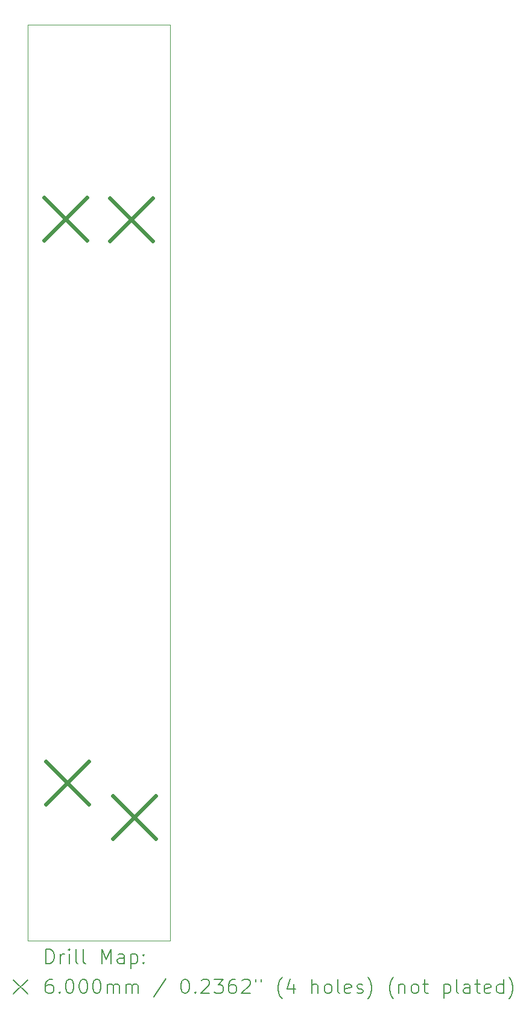
<source format=gbr>
%TF.GenerationSoftware,KiCad,Pcbnew,8.0.2*%
%TF.CreationDate,2024-05-01T23:14:13+02:00*%
%TF.ProjectId,PetRockPanel,50657452-6f63-46b5-9061-6e656c2e6b69,rev?*%
%TF.SameCoordinates,Original*%
%TF.FileFunction,Drillmap*%
%TF.FilePolarity,Positive*%
%FSLAX45Y45*%
G04 Gerber Fmt 4.5, Leading zero omitted, Abs format (unit mm)*
G04 Created by KiCad (PCBNEW 8.0.2) date 2024-05-01 23:14:13*
%MOMM*%
%LPD*%
G01*
G04 APERTURE LIST*
%ADD10C,0.100000*%
%ADD11C,0.200000*%
%ADD12C,0.600000*%
G04 APERTURE END LIST*
D10*
X6620000Y-3735000D02*
X8620000Y-3735000D01*
X8620000Y-16585000D01*
X6620000Y-16585000D01*
X6620000Y-3735000D01*
D11*
D12*
X6845377Y-6161760D02*
X7445377Y-6761760D01*
X7445377Y-6161760D02*
X6845377Y-6761760D01*
X6872960Y-14068780D02*
X7472960Y-14668780D01*
X7472960Y-14068780D02*
X6872960Y-14668780D01*
X7769086Y-6164300D02*
X8369086Y-6764300D01*
X8369086Y-6164300D02*
X7769086Y-6764300D01*
X7812266Y-14548840D02*
X8412266Y-15148840D01*
X8412266Y-14548840D02*
X7812266Y-15148840D01*
D11*
X6875777Y-16901484D02*
X6875777Y-16701484D01*
X6875777Y-16701484D02*
X6923396Y-16701484D01*
X6923396Y-16701484D02*
X6951967Y-16711008D01*
X6951967Y-16711008D02*
X6971015Y-16730055D01*
X6971015Y-16730055D02*
X6980539Y-16749103D01*
X6980539Y-16749103D02*
X6990062Y-16787198D01*
X6990062Y-16787198D02*
X6990062Y-16815770D01*
X6990062Y-16815770D02*
X6980539Y-16853865D01*
X6980539Y-16853865D02*
X6971015Y-16872912D01*
X6971015Y-16872912D02*
X6951967Y-16891960D01*
X6951967Y-16891960D02*
X6923396Y-16901484D01*
X6923396Y-16901484D02*
X6875777Y-16901484D01*
X7075777Y-16901484D02*
X7075777Y-16768150D01*
X7075777Y-16806246D02*
X7085301Y-16787198D01*
X7085301Y-16787198D02*
X7094824Y-16777674D01*
X7094824Y-16777674D02*
X7113872Y-16768150D01*
X7113872Y-16768150D02*
X7132920Y-16768150D01*
X7199586Y-16901484D02*
X7199586Y-16768150D01*
X7199586Y-16701484D02*
X7190062Y-16711008D01*
X7190062Y-16711008D02*
X7199586Y-16720531D01*
X7199586Y-16720531D02*
X7209110Y-16711008D01*
X7209110Y-16711008D02*
X7199586Y-16701484D01*
X7199586Y-16701484D02*
X7199586Y-16720531D01*
X7323396Y-16901484D02*
X7304348Y-16891960D01*
X7304348Y-16891960D02*
X7294824Y-16872912D01*
X7294824Y-16872912D02*
X7294824Y-16701484D01*
X7428158Y-16901484D02*
X7409110Y-16891960D01*
X7409110Y-16891960D02*
X7399586Y-16872912D01*
X7399586Y-16872912D02*
X7399586Y-16701484D01*
X7656729Y-16901484D02*
X7656729Y-16701484D01*
X7656729Y-16701484D02*
X7723396Y-16844341D01*
X7723396Y-16844341D02*
X7790062Y-16701484D01*
X7790062Y-16701484D02*
X7790062Y-16901484D01*
X7971015Y-16901484D02*
X7971015Y-16796722D01*
X7971015Y-16796722D02*
X7961491Y-16777674D01*
X7961491Y-16777674D02*
X7942443Y-16768150D01*
X7942443Y-16768150D02*
X7904348Y-16768150D01*
X7904348Y-16768150D02*
X7885301Y-16777674D01*
X7971015Y-16891960D02*
X7951967Y-16901484D01*
X7951967Y-16901484D02*
X7904348Y-16901484D01*
X7904348Y-16901484D02*
X7885301Y-16891960D01*
X7885301Y-16891960D02*
X7875777Y-16872912D01*
X7875777Y-16872912D02*
X7875777Y-16853865D01*
X7875777Y-16853865D02*
X7885301Y-16834817D01*
X7885301Y-16834817D02*
X7904348Y-16825293D01*
X7904348Y-16825293D02*
X7951967Y-16825293D01*
X7951967Y-16825293D02*
X7971015Y-16815770D01*
X8066253Y-16768150D02*
X8066253Y-16968150D01*
X8066253Y-16777674D02*
X8085301Y-16768150D01*
X8085301Y-16768150D02*
X8123396Y-16768150D01*
X8123396Y-16768150D02*
X8142443Y-16777674D01*
X8142443Y-16777674D02*
X8151967Y-16787198D01*
X8151967Y-16787198D02*
X8161491Y-16806246D01*
X8161491Y-16806246D02*
X8161491Y-16863389D01*
X8161491Y-16863389D02*
X8151967Y-16882436D01*
X8151967Y-16882436D02*
X8142443Y-16891960D01*
X8142443Y-16891960D02*
X8123396Y-16901484D01*
X8123396Y-16901484D02*
X8085301Y-16901484D01*
X8085301Y-16901484D02*
X8066253Y-16891960D01*
X8247205Y-16882436D02*
X8256729Y-16891960D01*
X8256729Y-16891960D02*
X8247205Y-16901484D01*
X8247205Y-16901484D02*
X8237682Y-16891960D01*
X8237682Y-16891960D02*
X8247205Y-16882436D01*
X8247205Y-16882436D02*
X8247205Y-16901484D01*
X8247205Y-16777674D02*
X8256729Y-16787198D01*
X8256729Y-16787198D02*
X8247205Y-16796722D01*
X8247205Y-16796722D02*
X8237682Y-16787198D01*
X8237682Y-16787198D02*
X8247205Y-16777674D01*
X8247205Y-16777674D02*
X8247205Y-16796722D01*
X6415000Y-17130000D02*
X6615000Y-17330000D01*
X6615000Y-17130000D02*
X6415000Y-17330000D01*
X6961491Y-17121484D02*
X6923396Y-17121484D01*
X6923396Y-17121484D02*
X6904348Y-17131008D01*
X6904348Y-17131008D02*
X6894824Y-17140531D01*
X6894824Y-17140531D02*
X6875777Y-17169103D01*
X6875777Y-17169103D02*
X6866253Y-17207198D01*
X6866253Y-17207198D02*
X6866253Y-17283389D01*
X6866253Y-17283389D02*
X6875777Y-17302436D01*
X6875777Y-17302436D02*
X6885301Y-17311960D01*
X6885301Y-17311960D02*
X6904348Y-17321484D01*
X6904348Y-17321484D02*
X6942443Y-17321484D01*
X6942443Y-17321484D02*
X6961491Y-17311960D01*
X6961491Y-17311960D02*
X6971015Y-17302436D01*
X6971015Y-17302436D02*
X6980539Y-17283389D01*
X6980539Y-17283389D02*
X6980539Y-17235770D01*
X6980539Y-17235770D02*
X6971015Y-17216722D01*
X6971015Y-17216722D02*
X6961491Y-17207198D01*
X6961491Y-17207198D02*
X6942443Y-17197674D01*
X6942443Y-17197674D02*
X6904348Y-17197674D01*
X6904348Y-17197674D02*
X6885301Y-17207198D01*
X6885301Y-17207198D02*
X6875777Y-17216722D01*
X6875777Y-17216722D02*
X6866253Y-17235770D01*
X7066253Y-17302436D02*
X7075777Y-17311960D01*
X7075777Y-17311960D02*
X7066253Y-17321484D01*
X7066253Y-17321484D02*
X7056729Y-17311960D01*
X7056729Y-17311960D02*
X7066253Y-17302436D01*
X7066253Y-17302436D02*
X7066253Y-17321484D01*
X7199586Y-17121484D02*
X7218634Y-17121484D01*
X7218634Y-17121484D02*
X7237682Y-17131008D01*
X7237682Y-17131008D02*
X7247205Y-17140531D01*
X7247205Y-17140531D02*
X7256729Y-17159579D01*
X7256729Y-17159579D02*
X7266253Y-17197674D01*
X7266253Y-17197674D02*
X7266253Y-17245293D01*
X7266253Y-17245293D02*
X7256729Y-17283389D01*
X7256729Y-17283389D02*
X7247205Y-17302436D01*
X7247205Y-17302436D02*
X7237682Y-17311960D01*
X7237682Y-17311960D02*
X7218634Y-17321484D01*
X7218634Y-17321484D02*
X7199586Y-17321484D01*
X7199586Y-17321484D02*
X7180539Y-17311960D01*
X7180539Y-17311960D02*
X7171015Y-17302436D01*
X7171015Y-17302436D02*
X7161491Y-17283389D01*
X7161491Y-17283389D02*
X7151967Y-17245293D01*
X7151967Y-17245293D02*
X7151967Y-17197674D01*
X7151967Y-17197674D02*
X7161491Y-17159579D01*
X7161491Y-17159579D02*
X7171015Y-17140531D01*
X7171015Y-17140531D02*
X7180539Y-17131008D01*
X7180539Y-17131008D02*
X7199586Y-17121484D01*
X7390062Y-17121484D02*
X7409110Y-17121484D01*
X7409110Y-17121484D02*
X7428158Y-17131008D01*
X7428158Y-17131008D02*
X7437682Y-17140531D01*
X7437682Y-17140531D02*
X7447205Y-17159579D01*
X7447205Y-17159579D02*
X7456729Y-17197674D01*
X7456729Y-17197674D02*
X7456729Y-17245293D01*
X7456729Y-17245293D02*
X7447205Y-17283389D01*
X7447205Y-17283389D02*
X7437682Y-17302436D01*
X7437682Y-17302436D02*
X7428158Y-17311960D01*
X7428158Y-17311960D02*
X7409110Y-17321484D01*
X7409110Y-17321484D02*
X7390062Y-17321484D01*
X7390062Y-17321484D02*
X7371015Y-17311960D01*
X7371015Y-17311960D02*
X7361491Y-17302436D01*
X7361491Y-17302436D02*
X7351967Y-17283389D01*
X7351967Y-17283389D02*
X7342443Y-17245293D01*
X7342443Y-17245293D02*
X7342443Y-17197674D01*
X7342443Y-17197674D02*
X7351967Y-17159579D01*
X7351967Y-17159579D02*
X7361491Y-17140531D01*
X7361491Y-17140531D02*
X7371015Y-17131008D01*
X7371015Y-17131008D02*
X7390062Y-17121484D01*
X7580539Y-17121484D02*
X7599586Y-17121484D01*
X7599586Y-17121484D02*
X7618634Y-17131008D01*
X7618634Y-17131008D02*
X7628158Y-17140531D01*
X7628158Y-17140531D02*
X7637682Y-17159579D01*
X7637682Y-17159579D02*
X7647205Y-17197674D01*
X7647205Y-17197674D02*
X7647205Y-17245293D01*
X7647205Y-17245293D02*
X7637682Y-17283389D01*
X7637682Y-17283389D02*
X7628158Y-17302436D01*
X7628158Y-17302436D02*
X7618634Y-17311960D01*
X7618634Y-17311960D02*
X7599586Y-17321484D01*
X7599586Y-17321484D02*
X7580539Y-17321484D01*
X7580539Y-17321484D02*
X7561491Y-17311960D01*
X7561491Y-17311960D02*
X7551967Y-17302436D01*
X7551967Y-17302436D02*
X7542443Y-17283389D01*
X7542443Y-17283389D02*
X7532920Y-17245293D01*
X7532920Y-17245293D02*
X7532920Y-17197674D01*
X7532920Y-17197674D02*
X7542443Y-17159579D01*
X7542443Y-17159579D02*
X7551967Y-17140531D01*
X7551967Y-17140531D02*
X7561491Y-17131008D01*
X7561491Y-17131008D02*
X7580539Y-17121484D01*
X7732920Y-17321484D02*
X7732920Y-17188150D01*
X7732920Y-17207198D02*
X7742443Y-17197674D01*
X7742443Y-17197674D02*
X7761491Y-17188150D01*
X7761491Y-17188150D02*
X7790063Y-17188150D01*
X7790063Y-17188150D02*
X7809110Y-17197674D01*
X7809110Y-17197674D02*
X7818634Y-17216722D01*
X7818634Y-17216722D02*
X7818634Y-17321484D01*
X7818634Y-17216722D02*
X7828158Y-17197674D01*
X7828158Y-17197674D02*
X7847205Y-17188150D01*
X7847205Y-17188150D02*
X7875777Y-17188150D01*
X7875777Y-17188150D02*
X7894824Y-17197674D01*
X7894824Y-17197674D02*
X7904348Y-17216722D01*
X7904348Y-17216722D02*
X7904348Y-17321484D01*
X7999586Y-17321484D02*
X7999586Y-17188150D01*
X7999586Y-17207198D02*
X8009110Y-17197674D01*
X8009110Y-17197674D02*
X8028158Y-17188150D01*
X8028158Y-17188150D02*
X8056729Y-17188150D01*
X8056729Y-17188150D02*
X8075777Y-17197674D01*
X8075777Y-17197674D02*
X8085301Y-17216722D01*
X8085301Y-17216722D02*
X8085301Y-17321484D01*
X8085301Y-17216722D02*
X8094824Y-17197674D01*
X8094824Y-17197674D02*
X8113872Y-17188150D01*
X8113872Y-17188150D02*
X8142443Y-17188150D01*
X8142443Y-17188150D02*
X8161491Y-17197674D01*
X8161491Y-17197674D02*
X8171015Y-17216722D01*
X8171015Y-17216722D02*
X8171015Y-17321484D01*
X8561491Y-17111960D02*
X8390063Y-17369103D01*
X8818634Y-17121484D02*
X8837682Y-17121484D01*
X8837682Y-17121484D02*
X8856729Y-17131008D01*
X8856729Y-17131008D02*
X8866253Y-17140531D01*
X8866253Y-17140531D02*
X8875777Y-17159579D01*
X8875777Y-17159579D02*
X8885301Y-17197674D01*
X8885301Y-17197674D02*
X8885301Y-17245293D01*
X8885301Y-17245293D02*
X8875777Y-17283389D01*
X8875777Y-17283389D02*
X8866253Y-17302436D01*
X8866253Y-17302436D02*
X8856729Y-17311960D01*
X8856729Y-17311960D02*
X8837682Y-17321484D01*
X8837682Y-17321484D02*
X8818634Y-17321484D01*
X8818634Y-17321484D02*
X8799587Y-17311960D01*
X8799587Y-17311960D02*
X8790063Y-17302436D01*
X8790063Y-17302436D02*
X8780539Y-17283389D01*
X8780539Y-17283389D02*
X8771015Y-17245293D01*
X8771015Y-17245293D02*
X8771015Y-17197674D01*
X8771015Y-17197674D02*
X8780539Y-17159579D01*
X8780539Y-17159579D02*
X8790063Y-17140531D01*
X8790063Y-17140531D02*
X8799587Y-17131008D01*
X8799587Y-17131008D02*
X8818634Y-17121484D01*
X8971015Y-17302436D02*
X8980539Y-17311960D01*
X8980539Y-17311960D02*
X8971015Y-17321484D01*
X8971015Y-17321484D02*
X8961491Y-17311960D01*
X8961491Y-17311960D02*
X8971015Y-17302436D01*
X8971015Y-17302436D02*
X8971015Y-17321484D01*
X9056729Y-17140531D02*
X9066253Y-17131008D01*
X9066253Y-17131008D02*
X9085301Y-17121484D01*
X9085301Y-17121484D02*
X9132920Y-17121484D01*
X9132920Y-17121484D02*
X9151968Y-17131008D01*
X9151968Y-17131008D02*
X9161491Y-17140531D01*
X9161491Y-17140531D02*
X9171015Y-17159579D01*
X9171015Y-17159579D02*
X9171015Y-17178627D01*
X9171015Y-17178627D02*
X9161491Y-17207198D01*
X9161491Y-17207198D02*
X9047206Y-17321484D01*
X9047206Y-17321484D02*
X9171015Y-17321484D01*
X9237682Y-17121484D02*
X9361491Y-17121484D01*
X9361491Y-17121484D02*
X9294825Y-17197674D01*
X9294825Y-17197674D02*
X9323396Y-17197674D01*
X9323396Y-17197674D02*
X9342444Y-17207198D01*
X9342444Y-17207198D02*
X9351968Y-17216722D01*
X9351968Y-17216722D02*
X9361491Y-17235770D01*
X9361491Y-17235770D02*
X9361491Y-17283389D01*
X9361491Y-17283389D02*
X9351968Y-17302436D01*
X9351968Y-17302436D02*
X9342444Y-17311960D01*
X9342444Y-17311960D02*
X9323396Y-17321484D01*
X9323396Y-17321484D02*
X9266253Y-17321484D01*
X9266253Y-17321484D02*
X9247206Y-17311960D01*
X9247206Y-17311960D02*
X9237682Y-17302436D01*
X9532920Y-17121484D02*
X9494825Y-17121484D01*
X9494825Y-17121484D02*
X9475777Y-17131008D01*
X9475777Y-17131008D02*
X9466253Y-17140531D01*
X9466253Y-17140531D02*
X9447206Y-17169103D01*
X9447206Y-17169103D02*
X9437682Y-17207198D01*
X9437682Y-17207198D02*
X9437682Y-17283389D01*
X9437682Y-17283389D02*
X9447206Y-17302436D01*
X9447206Y-17302436D02*
X9456729Y-17311960D01*
X9456729Y-17311960D02*
X9475777Y-17321484D01*
X9475777Y-17321484D02*
X9513872Y-17321484D01*
X9513872Y-17321484D02*
X9532920Y-17311960D01*
X9532920Y-17311960D02*
X9542444Y-17302436D01*
X9542444Y-17302436D02*
X9551968Y-17283389D01*
X9551968Y-17283389D02*
X9551968Y-17235770D01*
X9551968Y-17235770D02*
X9542444Y-17216722D01*
X9542444Y-17216722D02*
X9532920Y-17207198D01*
X9532920Y-17207198D02*
X9513872Y-17197674D01*
X9513872Y-17197674D02*
X9475777Y-17197674D01*
X9475777Y-17197674D02*
X9456729Y-17207198D01*
X9456729Y-17207198D02*
X9447206Y-17216722D01*
X9447206Y-17216722D02*
X9437682Y-17235770D01*
X9628158Y-17140531D02*
X9637682Y-17131008D01*
X9637682Y-17131008D02*
X9656729Y-17121484D01*
X9656729Y-17121484D02*
X9704349Y-17121484D01*
X9704349Y-17121484D02*
X9723396Y-17131008D01*
X9723396Y-17131008D02*
X9732920Y-17140531D01*
X9732920Y-17140531D02*
X9742444Y-17159579D01*
X9742444Y-17159579D02*
X9742444Y-17178627D01*
X9742444Y-17178627D02*
X9732920Y-17207198D01*
X9732920Y-17207198D02*
X9618634Y-17321484D01*
X9618634Y-17321484D02*
X9742444Y-17321484D01*
X9818634Y-17121484D02*
X9818634Y-17159579D01*
X9894825Y-17121484D02*
X9894825Y-17159579D01*
X10190063Y-17397674D02*
X10180539Y-17388150D01*
X10180539Y-17388150D02*
X10161491Y-17359579D01*
X10161491Y-17359579D02*
X10151968Y-17340531D01*
X10151968Y-17340531D02*
X10142444Y-17311960D01*
X10142444Y-17311960D02*
X10132920Y-17264341D01*
X10132920Y-17264341D02*
X10132920Y-17226246D01*
X10132920Y-17226246D02*
X10142444Y-17178627D01*
X10142444Y-17178627D02*
X10151968Y-17150055D01*
X10151968Y-17150055D02*
X10161491Y-17131008D01*
X10161491Y-17131008D02*
X10180539Y-17102436D01*
X10180539Y-17102436D02*
X10190063Y-17092912D01*
X10351968Y-17188150D02*
X10351968Y-17321484D01*
X10304349Y-17111960D02*
X10256730Y-17254817D01*
X10256730Y-17254817D02*
X10380539Y-17254817D01*
X10609111Y-17321484D02*
X10609111Y-17121484D01*
X10694825Y-17321484D02*
X10694825Y-17216722D01*
X10694825Y-17216722D02*
X10685301Y-17197674D01*
X10685301Y-17197674D02*
X10666253Y-17188150D01*
X10666253Y-17188150D02*
X10637682Y-17188150D01*
X10637682Y-17188150D02*
X10618634Y-17197674D01*
X10618634Y-17197674D02*
X10609111Y-17207198D01*
X10818634Y-17321484D02*
X10799587Y-17311960D01*
X10799587Y-17311960D02*
X10790063Y-17302436D01*
X10790063Y-17302436D02*
X10780539Y-17283389D01*
X10780539Y-17283389D02*
X10780539Y-17226246D01*
X10780539Y-17226246D02*
X10790063Y-17207198D01*
X10790063Y-17207198D02*
X10799587Y-17197674D01*
X10799587Y-17197674D02*
X10818634Y-17188150D01*
X10818634Y-17188150D02*
X10847206Y-17188150D01*
X10847206Y-17188150D02*
X10866253Y-17197674D01*
X10866253Y-17197674D02*
X10875777Y-17207198D01*
X10875777Y-17207198D02*
X10885301Y-17226246D01*
X10885301Y-17226246D02*
X10885301Y-17283389D01*
X10885301Y-17283389D02*
X10875777Y-17302436D01*
X10875777Y-17302436D02*
X10866253Y-17311960D01*
X10866253Y-17311960D02*
X10847206Y-17321484D01*
X10847206Y-17321484D02*
X10818634Y-17321484D01*
X10999587Y-17321484D02*
X10980539Y-17311960D01*
X10980539Y-17311960D02*
X10971015Y-17292912D01*
X10971015Y-17292912D02*
X10971015Y-17121484D01*
X11151968Y-17311960D02*
X11132920Y-17321484D01*
X11132920Y-17321484D02*
X11094825Y-17321484D01*
X11094825Y-17321484D02*
X11075777Y-17311960D01*
X11075777Y-17311960D02*
X11066253Y-17292912D01*
X11066253Y-17292912D02*
X11066253Y-17216722D01*
X11066253Y-17216722D02*
X11075777Y-17197674D01*
X11075777Y-17197674D02*
X11094825Y-17188150D01*
X11094825Y-17188150D02*
X11132920Y-17188150D01*
X11132920Y-17188150D02*
X11151968Y-17197674D01*
X11151968Y-17197674D02*
X11161492Y-17216722D01*
X11161492Y-17216722D02*
X11161492Y-17235770D01*
X11161492Y-17235770D02*
X11066253Y-17254817D01*
X11237682Y-17311960D02*
X11256730Y-17321484D01*
X11256730Y-17321484D02*
X11294825Y-17321484D01*
X11294825Y-17321484D02*
X11313872Y-17311960D01*
X11313872Y-17311960D02*
X11323396Y-17292912D01*
X11323396Y-17292912D02*
X11323396Y-17283389D01*
X11323396Y-17283389D02*
X11313872Y-17264341D01*
X11313872Y-17264341D02*
X11294825Y-17254817D01*
X11294825Y-17254817D02*
X11266253Y-17254817D01*
X11266253Y-17254817D02*
X11247206Y-17245293D01*
X11247206Y-17245293D02*
X11237682Y-17226246D01*
X11237682Y-17226246D02*
X11237682Y-17216722D01*
X11237682Y-17216722D02*
X11247206Y-17197674D01*
X11247206Y-17197674D02*
X11266253Y-17188150D01*
X11266253Y-17188150D02*
X11294825Y-17188150D01*
X11294825Y-17188150D02*
X11313872Y-17197674D01*
X11390063Y-17397674D02*
X11399587Y-17388150D01*
X11399587Y-17388150D02*
X11418634Y-17359579D01*
X11418634Y-17359579D02*
X11428158Y-17340531D01*
X11428158Y-17340531D02*
X11437682Y-17311960D01*
X11437682Y-17311960D02*
X11447206Y-17264341D01*
X11447206Y-17264341D02*
X11447206Y-17226246D01*
X11447206Y-17226246D02*
X11437682Y-17178627D01*
X11437682Y-17178627D02*
X11428158Y-17150055D01*
X11428158Y-17150055D02*
X11418634Y-17131008D01*
X11418634Y-17131008D02*
X11399587Y-17102436D01*
X11399587Y-17102436D02*
X11390063Y-17092912D01*
X11751968Y-17397674D02*
X11742444Y-17388150D01*
X11742444Y-17388150D02*
X11723396Y-17359579D01*
X11723396Y-17359579D02*
X11713872Y-17340531D01*
X11713872Y-17340531D02*
X11704349Y-17311960D01*
X11704349Y-17311960D02*
X11694825Y-17264341D01*
X11694825Y-17264341D02*
X11694825Y-17226246D01*
X11694825Y-17226246D02*
X11704349Y-17178627D01*
X11704349Y-17178627D02*
X11713872Y-17150055D01*
X11713872Y-17150055D02*
X11723396Y-17131008D01*
X11723396Y-17131008D02*
X11742444Y-17102436D01*
X11742444Y-17102436D02*
X11751968Y-17092912D01*
X11828158Y-17188150D02*
X11828158Y-17321484D01*
X11828158Y-17207198D02*
X11837682Y-17197674D01*
X11837682Y-17197674D02*
X11856730Y-17188150D01*
X11856730Y-17188150D02*
X11885301Y-17188150D01*
X11885301Y-17188150D02*
X11904349Y-17197674D01*
X11904349Y-17197674D02*
X11913872Y-17216722D01*
X11913872Y-17216722D02*
X11913872Y-17321484D01*
X12037682Y-17321484D02*
X12018634Y-17311960D01*
X12018634Y-17311960D02*
X12009111Y-17302436D01*
X12009111Y-17302436D02*
X11999587Y-17283389D01*
X11999587Y-17283389D02*
X11999587Y-17226246D01*
X11999587Y-17226246D02*
X12009111Y-17207198D01*
X12009111Y-17207198D02*
X12018634Y-17197674D01*
X12018634Y-17197674D02*
X12037682Y-17188150D01*
X12037682Y-17188150D02*
X12066253Y-17188150D01*
X12066253Y-17188150D02*
X12085301Y-17197674D01*
X12085301Y-17197674D02*
X12094825Y-17207198D01*
X12094825Y-17207198D02*
X12104349Y-17226246D01*
X12104349Y-17226246D02*
X12104349Y-17283389D01*
X12104349Y-17283389D02*
X12094825Y-17302436D01*
X12094825Y-17302436D02*
X12085301Y-17311960D01*
X12085301Y-17311960D02*
X12066253Y-17321484D01*
X12066253Y-17321484D02*
X12037682Y-17321484D01*
X12161492Y-17188150D02*
X12237682Y-17188150D01*
X12190063Y-17121484D02*
X12190063Y-17292912D01*
X12190063Y-17292912D02*
X12199587Y-17311960D01*
X12199587Y-17311960D02*
X12218634Y-17321484D01*
X12218634Y-17321484D02*
X12237682Y-17321484D01*
X12456730Y-17188150D02*
X12456730Y-17388150D01*
X12456730Y-17197674D02*
X12475777Y-17188150D01*
X12475777Y-17188150D02*
X12513873Y-17188150D01*
X12513873Y-17188150D02*
X12532920Y-17197674D01*
X12532920Y-17197674D02*
X12542444Y-17207198D01*
X12542444Y-17207198D02*
X12551968Y-17226246D01*
X12551968Y-17226246D02*
X12551968Y-17283389D01*
X12551968Y-17283389D02*
X12542444Y-17302436D01*
X12542444Y-17302436D02*
X12532920Y-17311960D01*
X12532920Y-17311960D02*
X12513873Y-17321484D01*
X12513873Y-17321484D02*
X12475777Y-17321484D01*
X12475777Y-17321484D02*
X12456730Y-17311960D01*
X12666253Y-17321484D02*
X12647206Y-17311960D01*
X12647206Y-17311960D02*
X12637682Y-17292912D01*
X12637682Y-17292912D02*
X12637682Y-17121484D01*
X12828158Y-17321484D02*
X12828158Y-17216722D01*
X12828158Y-17216722D02*
X12818634Y-17197674D01*
X12818634Y-17197674D02*
X12799587Y-17188150D01*
X12799587Y-17188150D02*
X12761492Y-17188150D01*
X12761492Y-17188150D02*
X12742444Y-17197674D01*
X12828158Y-17311960D02*
X12809111Y-17321484D01*
X12809111Y-17321484D02*
X12761492Y-17321484D01*
X12761492Y-17321484D02*
X12742444Y-17311960D01*
X12742444Y-17311960D02*
X12732920Y-17292912D01*
X12732920Y-17292912D02*
X12732920Y-17273865D01*
X12732920Y-17273865D02*
X12742444Y-17254817D01*
X12742444Y-17254817D02*
X12761492Y-17245293D01*
X12761492Y-17245293D02*
X12809111Y-17245293D01*
X12809111Y-17245293D02*
X12828158Y-17235770D01*
X12894825Y-17188150D02*
X12971015Y-17188150D01*
X12923396Y-17121484D02*
X12923396Y-17292912D01*
X12923396Y-17292912D02*
X12932920Y-17311960D01*
X12932920Y-17311960D02*
X12951968Y-17321484D01*
X12951968Y-17321484D02*
X12971015Y-17321484D01*
X13113873Y-17311960D02*
X13094825Y-17321484D01*
X13094825Y-17321484D02*
X13056730Y-17321484D01*
X13056730Y-17321484D02*
X13037682Y-17311960D01*
X13037682Y-17311960D02*
X13028158Y-17292912D01*
X13028158Y-17292912D02*
X13028158Y-17216722D01*
X13028158Y-17216722D02*
X13037682Y-17197674D01*
X13037682Y-17197674D02*
X13056730Y-17188150D01*
X13056730Y-17188150D02*
X13094825Y-17188150D01*
X13094825Y-17188150D02*
X13113873Y-17197674D01*
X13113873Y-17197674D02*
X13123396Y-17216722D01*
X13123396Y-17216722D02*
X13123396Y-17235770D01*
X13123396Y-17235770D02*
X13028158Y-17254817D01*
X13294825Y-17321484D02*
X13294825Y-17121484D01*
X13294825Y-17311960D02*
X13275777Y-17321484D01*
X13275777Y-17321484D02*
X13237682Y-17321484D01*
X13237682Y-17321484D02*
X13218634Y-17311960D01*
X13218634Y-17311960D02*
X13209111Y-17302436D01*
X13209111Y-17302436D02*
X13199587Y-17283389D01*
X13199587Y-17283389D02*
X13199587Y-17226246D01*
X13199587Y-17226246D02*
X13209111Y-17207198D01*
X13209111Y-17207198D02*
X13218634Y-17197674D01*
X13218634Y-17197674D02*
X13237682Y-17188150D01*
X13237682Y-17188150D02*
X13275777Y-17188150D01*
X13275777Y-17188150D02*
X13294825Y-17197674D01*
X13371015Y-17397674D02*
X13380539Y-17388150D01*
X13380539Y-17388150D02*
X13399587Y-17359579D01*
X13399587Y-17359579D02*
X13409111Y-17340531D01*
X13409111Y-17340531D02*
X13418634Y-17311960D01*
X13418634Y-17311960D02*
X13428158Y-17264341D01*
X13428158Y-17264341D02*
X13428158Y-17226246D01*
X13428158Y-17226246D02*
X13418634Y-17178627D01*
X13418634Y-17178627D02*
X13409111Y-17150055D01*
X13409111Y-17150055D02*
X13399587Y-17131008D01*
X13399587Y-17131008D02*
X13380539Y-17102436D01*
X13380539Y-17102436D02*
X13371015Y-17092912D01*
M02*

</source>
